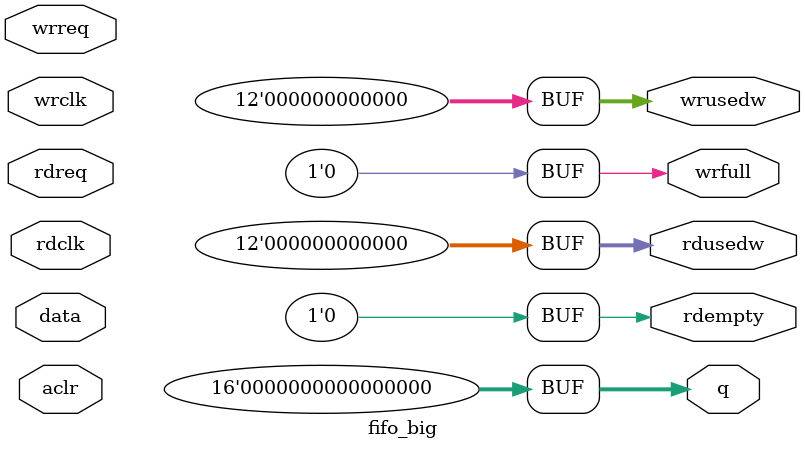
<source format=v>
module fifo_big(	// file.cleaned.mlir:2:3
  input         aclr,	// file.cleaned.mlir:2:26
  input  [15:0] data,	// file.cleaned.mlir:2:41
  input         rdclk,	// file.cleaned.mlir:2:57
                rdreq,	// file.cleaned.mlir:2:73
                wrclk,	// file.cleaned.mlir:2:89
                wrreq,	// file.cleaned.mlir:2:105
  output [15:0] q,	// file.cleaned.mlir:2:122
  output        rdempty,	// file.cleaned.mlir:2:135
  output [11:0] rdusedw,	// file.cleaned.mlir:2:153
  output        wrfull,	// file.cleaned.mlir:2:172
  output [11:0] wrusedw	// file.cleaned.mlir:2:189
);

  assign q = 16'h0;	// file.cleaned.mlir:3:15, :6:5
  assign rdempty = 1'h0;	// file.cleaned.mlir:4:14, :6:5
  assign rdusedw = 12'h0;	// file.cleaned.mlir:5:15, :6:5
  assign wrfull = 1'h0;	// file.cleaned.mlir:4:14, :6:5
  assign wrusedw = 12'h0;	// file.cleaned.mlir:5:15, :6:5
endmodule


</source>
